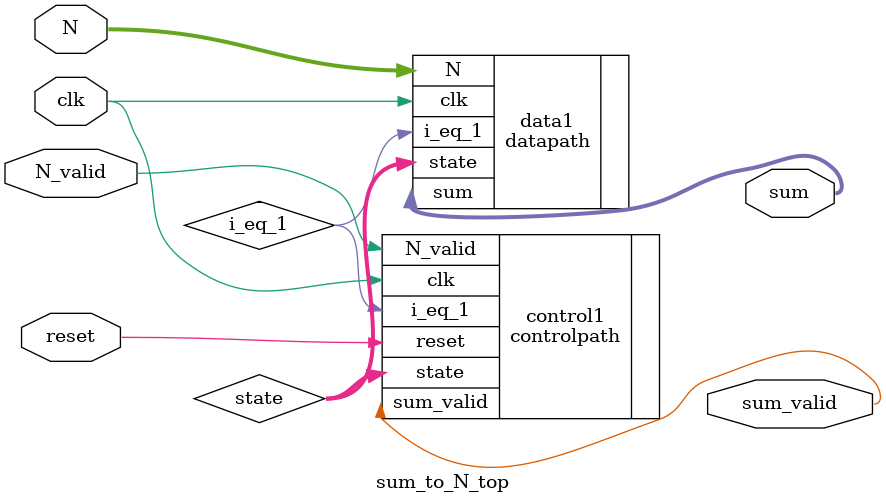
<source format=v>

module sum_to_N_top(input clk,N_valid,reset, input [2:0] N, output sum_valid, output [4:0] sum);
  
  // net declarations
  wire i_eq_1;
  wire [1:0] state;
  // module instantiations
  datapath data1(.N(N), .state(state), .clk(clk), .sum(sum), .i_eq_1(i_eq_1));
  controlpath control1(.N_valid(N_valid), .reset(reset), .clk(clk), .i_eq_1(i_eq_1), .state(state), .sum_valid(sum_valid));

endmodule
</source>
